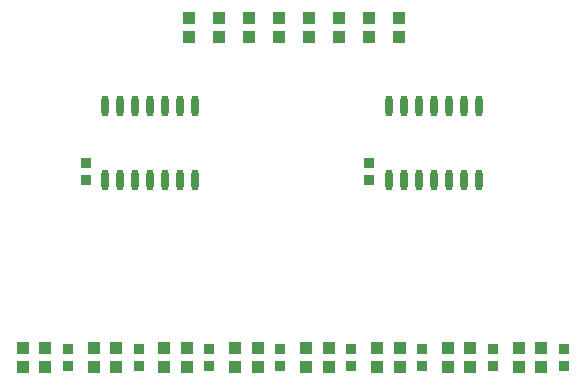
<source format=gbp>
G04 Layer: BottomPasteMaskLayer*
G04 Panelize: Stamp Hole, Column: 2, Row: 2, Board Size: 58.42mm x 58.42mm, Panelized Board Size: 120.84mm x 120.84mm*
G04 EasyEDA v6.5.34, 2023-09-13 23:42:19*
G04 af00140a598446819584b723e16838dc,5a6b42c53f6a479593ecc07194224c93,10*
G04 Gerber Generator version 0.2*
G04 Scale: 100 percent, Rotated: No, Reflected: No *
G04 Dimensions in millimeters *
G04 leading zeros omitted , absolute positions ,4 integer and 5 decimal *
%FSLAX45Y45*%
%MOMM*%

%AMMACRO1*21,1,$1,$2,0,0,$3*%
%ADD10O,0.5999988X1.7999964*%
%ADD11MACRO1,1X1.1X-90.0000*%
%ADD12MACRO1,0.8X0.9X-90.0000*%
%ADD13MACRO1,0.8X0.9X90.0000*%

%LPD*%
D10*
G01*
X4482795Y2737967D03*
G01*
X4355795Y2737967D03*
G01*
X4228795Y2737967D03*
G01*
X4101795Y2737967D03*
G01*
X3974795Y2737967D03*
G01*
X3847795Y2737967D03*
G01*
X3720795Y2737967D03*
G01*
X4482795Y3357981D03*
G01*
X4355795Y3357981D03*
G01*
X4228795Y3357981D03*
G01*
X4101795Y3357981D03*
G01*
X3974795Y3357981D03*
G01*
X3847795Y3357981D03*
G01*
X3720795Y3357981D03*
G01*
X2082800Y2737967D03*
G01*
X1955800Y2737967D03*
G01*
X1828800Y2737967D03*
G01*
X1701800Y2737967D03*
G01*
X1574800Y2737967D03*
G01*
X1447800Y2737967D03*
G01*
X1320800Y2737967D03*
G01*
X2082800Y3357981D03*
G01*
X1955800Y3357981D03*
G01*
X1828800Y3357981D03*
G01*
X1701800Y3357981D03*
G01*
X1574800Y3357981D03*
G01*
X1447800Y3357981D03*
G01*
X1320800Y3357981D03*
D11*
G01*
X1412796Y1151890D03*
G01*
X1412796Y1311889D03*
G01*
X1222296Y1151890D03*
G01*
X1222296Y1311889D03*
D12*
G01*
X1603296Y1161893D03*
G01*
X1603296Y1301892D03*
G01*
X2203295Y1161893D03*
G01*
X2203295Y1301892D03*
D11*
G01*
X1822295Y1151890D03*
G01*
X1822295Y1311889D03*
G01*
X2012795Y1151890D03*
G01*
X2012795Y1311889D03*
G01*
X2612793Y1151890D03*
G01*
X2612793Y1311889D03*
G01*
X2422293Y1151890D03*
G01*
X2422293Y1311889D03*
D12*
G01*
X2803293Y1161893D03*
G01*
X2803293Y1301892D03*
G01*
X3403292Y1161893D03*
G01*
X3403292Y1301892D03*
D11*
G01*
X3022292Y1151890D03*
G01*
X3022292Y1311889D03*
G01*
X3212792Y1151890D03*
G01*
X3212792Y1311889D03*
D12*
G01*
X4003291Y1161893D03*
G01*
X4003291Y1301892D03*
D11*
G01*
X3622291Y1151890D03*
G01*
X3622291Y1311889D03*
G01*
X3812791Y1151890D03*
G01*
X3812791Y1311889D03*
D12*
G01*
X4603290Y1161893D03*
G01*
X4603290Y1301892D03*
D11*
G01*
X4222290Y1151890D03*
G01*
X4222290Y1311889D03*
G01*
X4412790Y1151890D03*
G01*
X4412790Y1311889D03*
D12*
G01*
X5203289Y1161893D03*
G01*
X5203289Y1301892D03*
D11*
G01*
X4822289Y1151890D03*
G01*
X4822289Y1311889D03*
G01*
X5012789Y1151890D03*
G01*
X5012789Y1311889D03*
D13*
G01*
X3555692Y2876698D03*
G01*
X3555692Y2736700D03*
D12*
G01*
X1003297Y1161893D03*
G01*
X1003297Y1301892D03*
D11*
G01*
X622297Y1151890D03*
G01*
X622297Y1311889D03*
G01*
X812797Y1151890D03*
G01*
X812797Y1311889D03*
D13*
G01*
X1155697Y2876698D03*
G01*
X1155697Y2736700D03*
D11*
G01*
X3555993Y3945895D03*
G01*
X3555993Y4105894D03*
G01*
X2285993Y3945895D03*
G01*
X2285993Y4105894D03*
G01*
X3809993Y3945895D03*
G01*
X3809993Y4105894D03*
G01*
X3301993Y3945895D03*
G01*
X3301993Y4105894D03*
G01*
X3047994Y3945895D03*
G01*
X3047994Y4105894D03*
G01*
X2793994Y3945895D03*
G01*
X2793994Y4105894D03*
G01*
X2539994Y3945895D03*
G01*
X2539994Y4105894D03*
G01*
X2031994Y3945895D03*
G01*
X2031994Y4105894D03*
M02*

</source>
